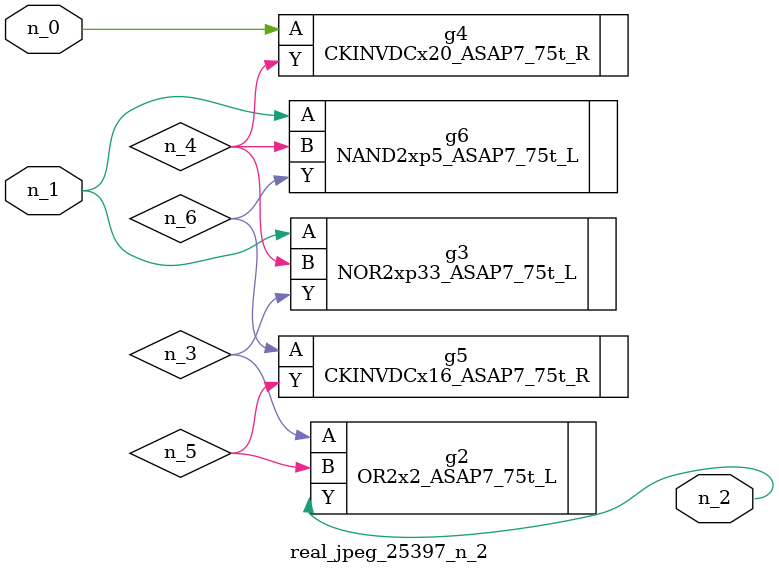
<source format=v>
module real_jpeg_25397_n_2 (n_1, n_0, n_2);

input n_1;
input n_0;

output n_2;

wire n_5;
wire n_4;
wire n_6;
wire n_3;

CKINVDCx20_ASAP7_75t_R g4 ( 
.A(n_0),
.Y(n_4)
);

NOR2xp33_ASAP7_75t_L g3 ( 
.A(n_1),
.B(n_4),
.Y(n_3)
);

NAND2xp5_ASAP7_75t_L g6 ( 
.A(n_1),
.B(n_4),
.Y(n_6)
);

OR2x2_ASAP7_75t_L g2 ( 
.A(n_3),
.B(n_5),
.Y(n_2)
);

CKINVDCx16_ASAP7_75t_R g5 ( 
.A(n_6),
.Y(n_5)
);


endmodule
</source>
